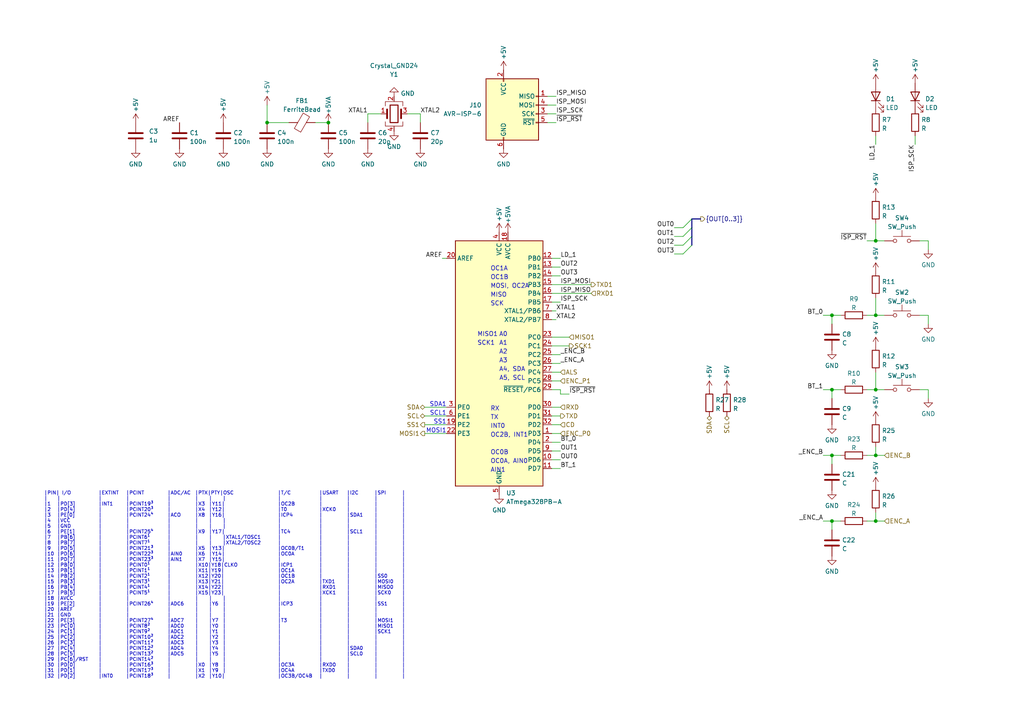
<source format=kicad_sch>
(kicad_sch (version 20231120) (generator "eeschema") (generator_version "8.0")
  (paper "A4")
  (lib_symbols
    (symbol "Connector:AVR-ISP-6" (pin_names (offset 1.016))
      (property "Reference" "J" (at -6.35 11.43 0))
      (property "Value" "AVR-ISP-6" (at 0 11.43 0))
      (symbol "AVR-ISP-6_0_1"
        (rectangle (start -2.667 -6.858) (end -2.413 -7.62))
        (rectangle (start -2.667 10.16) (end -2.413 9.398))
        (rectangle (start 7.62 -2.413) (end 6.858 -2.667))
        (rectangle (start 7.62 0.127) (end 6.858 -0.127))
        (rectangle (start 7.62 2.667) (end 6.858 2.413))
        (rectangle (start 7.62 5.207) (end 6.858 4.953))
        (rectangle (start 7.62 10.16) (end -7.62 -7.62) (stroke (width 0.254)) (fill (type background)))
      )
      (symbol "AVR-ISP-6_1_1"
        (pin passive line (at 10.16 5.08 180) (length 2.54) (name "MISO") (number "1"))
        (pin passive line (at -2.54 12.7 270) (length 2.54) (name "VCC") (number "2"))
        (pin passive line (at 10.16 0 180) (length 2.54) (name "SCK") (number "3"))
        (pin passive line (at 10.16 2.54 180) (length 2.54) (name "MOSI") (number "4"))
        (pin passive line (at 10.16 -2.54 180) (length 2.54) (name "~{RST}") (number "5"))
        (pin passive line (at -2.54 -10.16 90) (length 2.54) (name "GND") (number "6"))
      )
    )
    (symbol "Device:C" (pin_numbers hide) (pin_names (offset 0.254))
      (property "Reference" "C" (at 0.635 2.54 0))
      (property "Value" "C" (at 0.635 -2.54 0))
      (symbol "C_0_1"
        (polyline (pts (xy -2.032 -0.762) (xy 2.032 -0.762)) (stroke (width 0.508)))
        (polyline (pts (xy -2.032 0.762) (xy 2.032 0.762)) (stroke (width 0.508)))
      )
      (symbol "C_1_1"
        (pin passive line (at 0 3.81 270) (length 2.794) (name "~") (number "1"))
        (pin passive line (at 0 -3.81 90) (length 2.794) (name "~") (number "2"))
      )
    )
    (symbol "Device:Crystal_GND24" (pin_names (offset 1.016) hide)
      (property "Reference" "Y" (at 3.175 5.08 0))
      (property "Value" "Crystal_GND24" (at 3.175 3.175 0))
      (symbol "Crystal_GND24_0_1"
        (rectangle (start -1.143 2.54) (end 1.143 -2.54) (stroke (width 0.3048)))
        (polyline (pts (xy -2.54 0) (xy -2.032 0)))
        (polyline (pts (xy -2.032 -1.27) (xy -2.032 1.27)) (stroke (width 0.508)))
        (polyline (pts (xy 0 -3.81) (xy 0 -3.556)))
        (polyline (pts (xy 0 3.556) (xy 0 3.81)))
        (polyline (pts (xy 2.032 -1.27) (xy 2.032 1.27)) (stroke (width 0.508)))
        (polyline (pts (xy 2.032 0) (xy 2.54 0)))
        (polyline (pts (xy -2.54 -2.286) (xy -2.54 -3.556) (xy 2.54 -3.556) (xy 2.54 -2.286)))
        (polyline (pts (xy -2.54 2.286) (xy -2.54 3.556) (xy 2.54 3.556) (xy 2.54 2.286)))
      )
      (symbol "Crystal_GND24_1_1"
        (pin passive line (at -3.81 0 0) (length 1.27) (name "1") (number "1"))
        (pin passive line (at 0 5.08 270) (length 1.27) (name "2") (number "2"))
        (pin passive line (at 3.81 0 180) (length 1.27) (name "3") (number "3"))
        (pin passive line (at 0 -5.08 90) (length 1.27) (name "4") (number "4"))
      )
    )
    (symbol "Device:FerriteBead" (pin_numbers hide) (pin_names (offset 0))
      (property "Reference" "FB" (at -3.81 0.635 90))
      (property "Value" "FerriteBead" (at 3.81 0 90))
      (symbol "FerriteBead_0_1"
        (polyline (pts (xy 0 -1.27) (xy 0 -1.2192)))
        (polyline (pts (xy 0 1.27) (xy 0 1.2954)))
        (polyline (pts (xy -2.7686 0.4064) (xy -1.7018 2.2606) (xy 2.7686 -0.3048) (xy 1.6764 -2.159) (xy -2.7686 0.4064)))
      )
      (symbol "FerriteBead_1_1"
        (pin passive line (at 0 3.81 270) (length 2.54) (name "~") (number "1"))
        (pin passive line (at 0 -3.81 90) (length 2.54) (name "~") (number "2"))
      )
    )
    (symbol "Device:LED" (pin_numbers hide) (pin_names (offset 1.016) hide)
      (property "Reference" "D" (at 0 2.54 0))
      (property "Value" "LED" (at 0 -2.54 0))
      (symbol "LED_0_1"
        (polyline (pts (xy -1.27 -1.27) (xy -1.27 1.27)) (stroke (width 0.254)))
        (polyline (pts (xy -1.27 0) (xy 1.27 0)))
        (polyline (pts (xy 1.27 -1.27) (xy 1.27 1.27) (xy -1.27 0) (xy 1.27 -1.27)) (stroke (width 0.254)))
        (polyline (pts (xy -3.048 -0.762) (xy -4.572 -2.286) (xy -3.81 -2.286) (xy -4.572 -2.286) (xy -4.572 -1.524)))
        (polyline (pts (xy -1.778 -0.762) (xy -3.302 -2.286) (xy -2.54 -2.286) (xy -3.302 -2.286) (xy -3.302 -1.524)))
      )
      (symbol "LED_1_1"
        (pin passive line (at -3.81 0 0) (length 2.54) (name "K") (number "1"))
        (pin passive line (at 3.81 0 180) (length 2.54) (name "A") (number "2"))
      )
    )
    (symbol "Device:R" (pin_numbers hide) (pin_names (offset 0))
      (property "Reference" "R" (at 2.032 0 90))
      (property "Value" "R" (at 0 0 90))
      (symbol "R_0_1"
        (rectangle (start -1.016 -2.54) (end 1.016 2.54) (stroke (width 0.254)))
      )
      (symbol "R_1_1"
        (pin passive line (at 0 3.81 270) (length 1.27) (name "~") (number "1"))
        (pin passive line (at 0 -3.81 90) (length 1.27) (name "~") (number "2"))
      )
    )
    (symbol "MCU_Microchip_ATmega:ATmega328PB-A"
      (property "Reference" "U" (at -12.7 36.83 0))
      (property "Value" "ATmega328PB-A" (at 2.54 -36.83 0))
      (symbol "ATmega328PB-A_0_1"
        (rectangle (start -12.7 -35.56) (end 12.7 35.56) (stroke (width 0.254)) (fill (type background)))
      )
      (symbol "ATmega328PB-A_1_1"
        (pin bidirectional line (at 15.24 -20.32 180) (length 2.54) (name "PD3") (number "1"))
        (pin bidirectional line (at 15.24 -27.94 180) (length 2.54) (name "PD6") (number "10"))
        (pin bidirectional line (at 15.24 -30.48 180) (length 2.54) (name "PD7") (number "11"))
        (pin bidirectional line (at 15.24 30.48 180) (length 2.54) (name "PB0") (number "12"))
        (pin bidirectional line (at 15.24 27.94 180) (length 2.54) (name "PB1") (number "13"))
        (pin bidirectional line (at 15.24 25.4 180) (length 2.54) (name "PB2") (number "14"))
        (pin bidirectional line (at 15.24 22.86 180) (length 2.54) (name "PB3") (number "15"))
        (pin bidirectional line (at 15.24 20.32 180) (length 2.54) (name "PB4") (number "16"))
        (pin bidirectional line (at 15.24 17.78 180) (length 2.54) (name "PB5") (number "17"))
        (pin power_in line (at 2.54 38.1 270) (length 2.54) (name "AVCC") (number "18"))
        (pin bidirectional line (at -15.24 -17.78 0) (length 2.54) (name "PE2") (number "19"))
        (pin bidirectional line (at 15.24 -22.86 180) (length 2.54) (name "PD4") (number "2"))
        (pin passive line (at -15.24 30.48 0) (length 2.54) (name "AREF") (number "20"))
        (pin passive line (at 0 -38.1 90) (length 2.54) hide (name "GND") (number "21"))
        (pin bidirectional line (at -15.24 -20.32 0) (length 2.54) (name "PE3") (number "22"))
        (pin bidirectional line (at 15.24 7.62 180) (length 2.54) (name "PC0") (number "23"))
        (pin bidirectional line (at 15.24 5.08 180) (length 2.54) (name "PC1") (number "24"))
        (pin bidirectional line (at 15.24 2.54 180) (length 2.54) (name "PC2") (number "25"))
        (pin bidirectional line (at 15.24 0 180) (length 2.54) (name "PC3") (number "26"))
        (pin bidirectional line (at 15.24 -2.54 180) (length 2.54) (name "PC4") (number "27"))
        (pin bidirectional line (at 15.24 -5.08 180) (length 2.54) (name "PC5") (number "28"))
        (pin bidirectional line (at 15.24 -7.62 180) (length 2.54) (name "~{RESET}/PC6") (number "29"))
        (pin bidirectional line (at -15.24 -12.7 0) (length 2.54) (name "PE0") (number "3"))
        (pin bidirectional line (at 15.24 -12.7 180) (length 2.54) (name "PD0") (number "30"))
        (pin bidirectional line (at 15.24 -15.24 180) (length 2.54) (name "PD1") (number "31"))
        (pin bidirectional line (at 15.24 -17.78 180) (length 2.54) (name "PD2") (number "32"))
        (pin power_in line (at 0 38.1 270) (length 2.54) (name "VCC") (number "4"))
        (pin power_in line (at 0 -38.1 90) (length 2.54) (name "GND") (number "5"))
        (pin bidirectional line (at -15.24 -15.24 0) (length 2.54) (name "PE1") (number "6"))
        (pin bidirectional line (at 15.24 15.24 180) (length 2.54) (name "XTAL1/PB6") (number "7"))
        (pin bidirectional line (at 15.24 12.7 180) (length 2.54) (name "XTAL2/PB7") (number "8"))
        (pin bidirectional line (at 15.24 -25.4 180) (length 2.54) (name "PD5") (number "9"))
      )
    )
    (symbol "Switch:SW_Push" (pin_numbers hide) (pin_names (offset 1.016) hide)
      (property "Reference" "SW" (at 1.27 2.54 0))
      (property "Value" "SW_Push" (at 0 -1.524 0))
      (symbol "SW_Push_0_1"
        (circle (center -2.032 0) (radius 0.508))
        (polyline (pts (xy 0 1.27) (xy 0 3.048)))
        (polyline (pts (xy 2.54 1.27) (xy -2.54 1.27)))
        (circle (center 2.032 0) (radius 0.508))
        (pin passive line (at -5.08 0 0) (length 2.54) (name "1") (number "1"))
        (pin passive line (at 5.08 0 180) (length 2.54) (name "2") (number "2"))
      )
    )
    (symbol "power:+5V" (power) (pin_names (offset 0))
      (property "Value" "+5V" (at 0 3.556 0))
      (symbol "+5V_0_1"
        (polyline (pts (xy -0.762 1.27) (xy 0 2.54)))
        (polyline (pts (xy 0 0) (xy 0 2.54)))
        (polyline (pts (xy 0 2.54) (xy 0.762 1.27)))
      )
      (symbol "+5V_1_1"
        (pin power_in line (at 0 0 90) (length 0) hide (name "+5V") (number "1"))
      )
    )
    (symbol "power:+5VA" (power) (pin_names (offset 0))
      (property "Value" "+5VA" (at 0 3.556 0))
      (symbol "+5VA_0_1"
        (polyline (pts (xy -0.762 1.27) (xy 0 2.54)))
        (polyline (pts (xy 0 0) (xy 0 2.54)))
        (polyline (pts (xy 0 2.54) (xy 0.762 1.27)))
      )
      (symbol "+5VA_1_1"
        (pin power_in line (at 0 0 90) (length 0) hide (name "+5VA") (number "1"))
      )
    )
    (symbol "power:GND" (power) (pin_names (offset 0))
      (property "Value" "GND" (at 0 -3.81 0))
      (symbol "GND_0_1"
        (polyline (pts (xy 0 0) (xy 0 -1.27) (xy 1.27 -1.27) (xy 0 -2.54) (xy -1.27 -1.27) (xy 0 -1.27)))
      )
      (symbol "GND_1_1"
        (pin power_in line (at 0 0 270) (length 0) hide (name "GND") (number "1"))
      )
    )
  )
  (junction (at 254 69.85))
  (junction (at 241.3 132.08))
  (junction (at 254 113.03))
  (junction (at 77.47 35.56))
  (junction (at 95.25 35.56))
  (junction (at 241.3 113.03))
  (junction (at 254 151.13))
  (junction (at 254 132.08))
  (junction (at 241.3 91.44))
  (junction (at 254 91.44))
  (junction (at 241.3 151.13))
  (bus_entry (at 200.66 66.04) (size -2.54 2.54))
  (bus_entry (at 200.66 71.12) (size -2.54 2.54))
  (bus_entry (at 200.66 68.58) (size -2.54 2.54))
  (bus_entry (at 200.66 63.5) (size -2.54 2.54))
  (wire (pts (xy 160.02 102.87) (xy 162.56 102.87)))
  (wire (pts (xy 160.02 120.65) (xy 162.56 120.65)))
  (wire (pts (xy 160.02 90.17) (xy 161.29 90.17)))
  (wire (pts (xy 123.19 118.11) (xy 129.54 118.11)))
  (wire (pts (xy 195.58 71.12) (xy 198.12 71.12)))
  (wire (pts (xy 254 132.08) (xy 256.54 132.08)))
  (wire (pts (xy 195.58 68.58) (xy 198.12 68.58)))
  (wire (pts (xy 158.75 30.48) (xy 161.29 30.48)))
  (wire (pts (xy 254 151.13) (xy 256.54 151.13)))
  (wire (pts (xy 269.24 69.85) (xy 266.7 69.85)))
  (wire (pts (xy 238.76 151.13) (xy 241.3 151.13)))
  (wire (pts (xy 160.02 74.93) (xy 162.56 74.93)))
  (wire (pts (xy 162.56 113.03) (xy 160.02 113.03)))
  (wire (pts (xy 160.02 105.41) (xy 162.56 105.41)))
  (wire (pts (xy 160.02 110.49) (xy 162.56 110.49)))
  (wire (pts (xy 160.02 130.81) (xy 162.56 130.81)))
  (wire (pts (xy 121.92 33.02) (xy 121.92 35.56)))
  (wire (pts (xy 269.24 115.57) (xy 269.24 113.03)))
  (bus (pts (xy 200.66 68.58) (xy 200.66 71.12)))
  (wire (pts (xy 269.24 93.98) (xy 269.24 91.44)))
  (wire (pts (xy 265.43 39.37) (xy 265.43 41.91)))
  (wire (pts (xy 269.24 72.39) (xy 269.24 69.85)))
  (wire (pts (xy 160.02 118.11) (xy 162.56 118.11)))
  (wire (pts (xy 83.82 35.56) (xy 77.47 35.56)))
  (wire (pts (xy 160.02 125.73) (xy 162.56 125.73)))
  (wire (pts (xy 238.76 113.03) (xy 241.3 113.03)))
  (wire (pts (xy 77.47 30.48) (xy 77.47 35.56)))
  (wire (pts (xy 160.02 80.01) (xy 162.56 80.01)))
  (wire (pts (xy 195.58 66.04) (xy 198.12 66.04)))
  (wire (pts (xy 241.3 91.44) (xy 241.3 93.98)))
  (wire (pts (xy 158.75 35.56) (xy 161.29 35.56)))
  (wire (pts (xy 254 86.36) (xy 254 91.44)))
  (wire (pts (xy 251.46 151.13) (xy 254 151.13)))
  (wire (pts (xy 160.02 92.71) (xy 161.29 92.71)))
  (wire (pts (xy 238.76 91.44) (xy 241.3 91.44)))
  (wire (pts (xy 241.3 132.08) (xy 243.84 132.08)))
  (wire (pts (xy 158.75 33.02) (xy 161.29 33.02)))
  (wire (pts (xy 123.19 120.65) (xy 129.54 120.65)))
  (wire (pts (xy 160.02 85.09) (xy 171.45 85.09)))
  (wire (pts (xy 160.02 107.95) (xy 162.56 107.95)))
  (wire (pts (xy 162.56 114.3) (xy 162.56 113.03)))
  (wire (pts (xy 251.46 132.08) (xy 254 132.08)))
  (wire (pts (xy 241.3 151.13) (xy 243.84 151.13)))
  (wire (pts (xy 251.46 91.44) (xy 254 91.44)))
  (wire (pts (xy 123.19 123.19) (xy 129.54 123.19)))
  (wire (pts (xy 238.76 132.08) (xy 241.3 132.08)))
  (wire (pts (xy 269.24 91.44) (xy 266.7 91.44)))
  (wire (pts (xy 160.02 100.33) (xy 165.1 100.33)))
  (wire (pts (xy 241.3 151.13) (xy 241.3 153.67)))
  (wire (pts (xy 118.11 33.02) (xy 121.92 33.02)))
  (wire (pts (xy 160.02 128.27) (xy 162.56 128.27)))
  (wire (pts (xy 162.56 114.3) (xy 165.1 114.3)))
  (wire (pts (xy 160.02 82.55) (xy 171.45 82.55)))
  (wire (pts (xy 269.24 113.03) (xy 266.7 113.03)))
  (wire (pts (xy 160.02 97.79) (xy 165.1 97.79)))
  (wire (pts (xy 123.19 125.73) (xy 129.54 125.73)))
  (bus (pts (xy 200.66 66.04) (xy 200.66 68.58)))
  (wire (pts (xy 110.49 33.02) (xy 106.68 33.02)))
  (wire (pts (xy 254 148.59) (xy 254 151.13)))
  (wire (pts (xy 160.02 77.47) (xy 162.56 77.47)))
  (wire (pts (xy 254 69.85) (xy 256.54 69.85)))
  (wire (pts (xy 251.46 113.03) (xy 254 113.03)))
  (wire (pts (xy 254 39.37) (xy 254 41.91)))
  (wire (pts (xy 91.44 35.56) (xy 95.25 35.56)))
  (wire (pts (xy 158.75 27.94) (xy 161.29 27.94)))
  (bus (pts (xy 200.66 63.5) (xy 200.66 66.04)))
  (wire (pts (xy 241.3 132.08) (xy 241.3 134.62)))
  (wire (pts (xy 241.3 113.03) (xy 243.84 113.03)))
  (wire (pts (xy 106.68 33.02) (xy 106.68 35.56)))
  (wire (pts (xy 251.46 69.85) (xy 254 69.85)))
  (wire (pts (xy 160.02 133.35) (xy 162.56 133.35)))
  (wire (pts (xy 241.3 91.44) (xy 243.84 91.44)))
  (wire (pts (xy 128.27 74.93) (xy 129.54 74.93)))
  (wire (pts (xy 254 113.03) (xy 256.54 113.03)))
  (wire (pts (xy 254 129.54) (xy 254 132.08)))
  (wire (pts (xy 160.02 87.63) (xy 162.56 87.63)))
  (wire (pts (xy 254 64.77) (xy 254 69.85)))
  (wire (pts (xy 160.02 123.19) (xy 162.56 123.19)))
  (wire (pts (xy 254 91.44) (xy 256.54 91.44)))
  (wire (pts (xy 160.02 135.89) (xy 162.56 135.89)))
  (wire (pts (xy 195.58 73.66) (xy 198.12 73.66)))
  (bus (pts (xy 200.66 63.5) (xy 203.2 63.5)))
  (wire (pts (xy 241.3 113.03) (xy 241.3 115.57)))
  (wire (pts (xy 254 107.95) (xy 254 113.03)))
  (text "OC0B" (at 142.2399 132.0641 0) (effects (font (size 1.27 1.27)) (justify left bottom)))
  (text "OC1B" (at 142.24 81.28 0) (effects (font (size 1.27 1.27)) (justify left bottom)))
  (text "SS1" (at 129.54 123.19 0) (effects (font (size 1.27 1.27)) (justify right bottom)))
  (text "A0" (at 144.7364 97.7899 0) (effects (font (size 1.27 1.27)) (justify left bottom)))
  (text "OC1A" (at 142.24 78.74 0) (effects (font (size 1.27 1.27)) (justify left bottom)))
  (text "MISO" (at 142.24 86.3755 0) (effects (font (size 1.27 1.27)) (justify left bottom)))
  (text "TX" (at 142.2399 121.8941 0) (effects (font (size 1.27 1.27)) (justify left bottom)))
  (text "SCK1" (at 138.43 100.33 0) (effects (font (size 1.27 1.27)) (justify left bottom)))
  (text "|PIN| I/O		|EXTINT	|PCINT		|ADC/AC	|PTX|PTY|OSC			|T/C		|USART	|I2C	|SPI	|\n|	|			|		|			|		|	|	|				|			|		|		|		|\n|1	|PD[3]		|INT1	|PCINT19³	|		|X3	|Y11|				|OC2B		|		|		|		|\n|2	|PD[4]		|		|PCINT20³	|		|X4	|Y12|				|T0			|XCK0	|		|		|\n|3	|PE[0]		|		|PCINT24⁴	|ACO	|X8	|Y16|				|ICP4		|		|SDA1	|		|\n|4	|VCC		|		|			|		|	|	|           	|			|		|		|		|\n|5	|GND		|		|			|		|	|	|				|			|		|		|		|\n|6	|PE[1]		|		|PCINT25⁴	|		|X9	|Y17|				|TC4		|		|SCL1	|		|\n|7	|PB[6]		|		|PCINT6¹	|		|	|	|XTAL1/TOSC1	|			|		|		|		|\n|8	|PB[7]		|		|PCINT7¹	|		|	|	|XTAL2/TOSC2	|			|		|		|		|\n|9	|PD[5]		|		|PCINT21³	|		|X5	|Y13|				|OC0B/T1	|		|		|		|\n|10	|PD[6]		|		|PCINT22³	|AIN0	|X6	|Y14|				|OC0A		|		|		|		|\n|11	|PD[7]		|		|PCINT23³	|AIN1	|X7	|Y15|				|			|		|		|		|\n|12	|PB[0]		|		|PCINT0¹	|		|X10|Y18|CLKO			|ICP1		|		|		|		|\n|13	|PB[1]		|		|PCINT1¹	|		|X11|Y19|				|OC1A		|		|		|		|\n|14	|PB[2]		|		|PCINT2¹	|		|X12|Y20|				|OC1B		|		|		|SS0	|\n|15	|PB[3]		|		|PCINT3¹	|		|X13|Y21|				|OC2A		|TXD1	|		|MOSI0	|\n|16	|PB[4]		|		|PCINT4¹	|		|X14|Y22|				|			|RXD1	|		|MISO0	|\n|17	|PB[5]		|		|PCINT5¹	|		|X15|Y23|				|			|XCK1	|		|SCK0	|\n|18	|AVCC		|		|			|		|	|	|				|			|		|		|		|\n|19	|PE[2]		|		|PCINT26⁴	|ADC6	|	|Y6	|				|ICP3		|		|		|SS1	|\n|20	|AREF		|		|			|		|	|	|				|			|		|		|		|\n|21	|GND		|		|			|		|	|	|				|			|		|		|		|\n|22	|PE[3]		|		|PCINT27⁴	|ADC7	|	|Y7	|				|T3			|		|		|MOSI1	|\n|23	|PC[0]		|		|PCINT8²	|ADC0	|	|Y0	|				|			|		|		|MISO1	|\n|24	|PC[1]		|		|PCINT9²	|ADC1	|	|Y1	|				|			|		|		|SCK1	|\n|25	|PC[2]		|		|PCINT10²	|ADC2	|	|Y2	|				|			|		|		|		|\n|26	|PC[3]		|		|PCINT11²	|ADC3	|	|Y3	|				|			|		|		|		|\n|27	|PC[4]		|		|PCINT12²	|ADC4	|	|Y4	|				|			|		|SDA0	|		|\n|28	|PC[5]		|		|PCINT13²	|ADC5	|	|Y5	|				|			|		|SCL0	|		|\n|29	|PC[6]/RST	|		|PCINT14²	|		|	|	|				|			|		|		|		|\n|30	|PD[0]		|		|PCINT16³	|		|X0	|Y8	|				|OC3A		|RXD0	|		|		|\n|31	|PD[1]		|		|PCINT17³	|		|X1	|Y9	|				|OC4A		|TXD0	|		|		|\n|32	|PD[2]		|INT0	|PCINT18³	|		|X2	|Y10|				|OC3B/OC4B	|		|		|		|" (at 12.7 196.85 0) (effects (font (size 1 1)) (justify left bottom)))
  (text "SCL1" (at 129.54 120.65 0) (effects (font (size 1.27 1.27)) (justify right bottom)))
  (text "A4, SDA" (at 144.7364 107.9499 0) (effects (font (size 1.27 1.27)) (justify left bottom)))
  (text "OC2B, INT1" (at 142.24 127 0) (effects (font (size 1.27 1.27)) (justify left bottom)))
  (text "A1" (at 144.7364 100.3299 0) (effects (font (size 1.27 1.27)) (justify left bottom)))
  (text "SDA1" (at 129.54 118.11 0) (effects (font (size 1.27 1.27)) (justify right bottom)))
  (text "INT0" (at 142.2399 124.4366 0) (effects (font (size 1.27 1.27)) (justify left bottom)))
  (text "OC0A, AIN0" (at 142.24 134.62 0) (effects (font (size 1.27 1.27)) (justify left bottom)))
  (text "MOSI, OC2A" (at 142.24 83.806 0) (effects (font (size 1.27 1.27)) (justify left bottom)))
  (text "SCK" (at 142.24 88.9 0) (effects (font (size 1.27 1.27)) (justify left bottom)))
  (text "MISO1" (at 138.43 97.79 0) (effects (font (size 1.27 1.27)) (justify left bottom)))
  (text "A2" (at 144.7364 102.8699 0) (effects (font (size 1.27 1.27)) (justify left bottom)))
  (text "AIN1" (at 142.24 137.16 0) (effects (font (size 1.27 1.27)) (justify left bottom)))
  (text "A5, SCL" (at 144.78 110.49 0) (effects (font (size 1.27 1.27)) (justify left bottom)))
  (text "MOSI1" (at 129.54 125.73 0) (effects (font (size 1.27 1.27)) (justify right bottom)))
  (text "A3" (at 144.7364 105.4099 0) (effects (font (size 1.27 1.27)) (justify left bottom)))
  (text "RX" (at 142.24 119.38 0) (effects (font (size 1.27 1.27)) (justify left bottom)))
  (label "LD_1" (at 162.56 74.93 0))
  (label "_ENC_B" (at 238.76 132.08 180))
  (label "BT_0" (at 238.76 91.44 180))
  (label "~{ISP_RST}" (at 161.29 35.56 0))
  (label "OUT2" (at 195.58 71.12 180))
  (label "BT_1" (at 238.76 113.03 180))
  (label "XTAL1" (at 161.29 90.17 0))
  (label "ISP_MISO" (at 162.56 85.09 0))
  (label "ISP_SCK" (at 265.43 41.91 270))
  (label "OUT2" (at 162.56 77.47 0))
  (label "OUT3" (at 195.58 73.66 180))
  (label "BT_0" (at 162.56 128.27 0))
  (label "OUT3" (at 162.56 80.01 0))
  (label "AREF" (at 52.07 35.56 180))
  (label "XTAL2" (at 161.29 92.71 0))
  (label "AREF" (at 128.27 74.93 180))
  (label "OUT1" (at 162.56 130.81 0))
  (label "ISP_SCK" (at 162.56 87.63 0))
  (label "BT_1" (at 162.56 135.89 0))
  (label "ISP_MISO" (at 161.29 27.94 0))
  (label "_ENC_A" (at 162.56 105.41 0))
  (label "ISP_MOSI" (at 162.56 82.55 0))
  (label "~{ISP_RST}" (at 251.46 69.85 180))
  (label "OUT1" (at 195.58 68.58 180))
  (label "XTAL1" (at 106.68 33.02 180))
  (label "OUT0" (at 195.58 66.04 180))
  (label "_ENC_B" (at 162.56 102.87 0))
  (label "_ENC_A" (at 238.76 151.13 180))
  (label "~{ISP_RST}" (at 165.1 114.3 0))
  (label "OUT0" (at 162.56 133.35 0))
  (label "XTAL2" (at 121.92 33.02 0))
  (label "ISP_MOSI" (at 161.29 30.48 0))
  (label "ISP_SCK" (at 161.29 33.02 0))
  (label "LD_1" (at 254 41.91 270))
  (hierarchical_label "ENC_B" (shape input) (at 256.54 132.08 0))
  (hierarchical_label "{OUT[0..3]}" (shape output) (at 203.2 63.5 0))
  (hierarchical_label "SS1" (shape output) (at 123.19 123.19 180))
  (hierarchical_label "RXD1" (shape input) (at 171.45 85.09 0))
  (hierarchical_label "TXD" (shape output) (at 162.56 120.65 0))
  (hierarchical_label "ENC_P0" (shape input) (at 162.56 125.73 0))
  (hierarchical_label "MOSI1" (shape output) (at 123.19 125.73 180))
  (hierarchical_label "RXD" (shape input) (at 162.56 118.11 0))
  (hierarchical_label "ALS" (shape input) (at 162.56 107.95 0))
  (hierarchical_label "SCL" (shape bidirectional) (at 123.19 120.65 180))
  (hierarchical_label "MISO1" (shape input) (at 165.1 97.79 0))
  (hierarchical_label "ENC_A" (shape input) (at 256.54 151.13 0))
  (hierarchical_label "SCL" (shape bidirectional) (at 210.82 120.65 270))
  (hierarchical_label "CD" (shape input) (at 162.56 123.19 0))
  (hierarchical_label "SDA" (shape bidirectional) (at 123.19 118.11 180))
  (hierarchical_label "SDA" (shape bidirectional) (at 205.74 120.65 270))
  (hierarchical_label "SCK1" (shape output) (at 165.1 100.33 0))
  (hierarchical_label "TXD1" (shape output) (at 171.45 82.55 0))
  (hierarchical_label "ENC_P1" (shape input) (at 162.56 110.49 0))
  (symbol (lib_id "power:+5V") (at 254 24.13 0) (unit 1)
    (property "Reference" "#PWR036" (effects (hide yes)))
    (property "Value" "+5V" (at 254 19.05 90))
    (instances (project "knob_base" (path "" (reference "#PWR036") (unit 1))) (project "heating_controller" (path "" (reference "#PWR0145") (unit 1))))
  )
  (symbol (lib_id "power:GND") (at 77.47 43.18 0) (unit 1)
    (property "Reference" "#PWR022" (effects (hide yes)))
    (property "Value" "GND" (at 77.47 47.6234 0))
    (instances (project "knob_base" (path "" (reference "#PWR022") (unit 1))) (project "heating_controller" (path "" (reference "#PWR08") (unit 1))))
  )
  (symbol (lib_id "Device:R") (at 265.43 35.56 0) (unit 1)
    (property "Reference" "R8" (at 267.208 34.7253 0) (effects (justify left)))
    (property "Value" "R" (at 267.208 37.2622 0) (effects (justify left)))
    (property "Footprint" "Resistor_SMD:R_0603_1608Metric" (effects (hide yes)))
    (instances (project "knob_base" (path "" (reference "R8") (unit 1))) (project "heating_controller" (path "" (reference "R23") (unit 1))))
  )
  (symbol (lib_id "power:GND") (at 241.3 123.19 0) (unit 1)
    (property "Reference" "#PWR039" (effects (hide yes)))
    (property "Value" "GND" (at 241.3 127.6334 0))
    (instances (project "knob_base" (path "" (reference "#PWR039") (unit 1))) (project "heating_controller" (path "" (reference "#PWR0135") (unit 1))))
  )
  (symbol (lib_id "Device:R") (at 254 35.56 0) (unit 1)
    (property "Reference" "R7" (at 255.778 34.7253 0) (effects (justify left)))
    (property "Value" "R" (at 255.778 37.2622 0) (effects (justify left)))
    (property "Footprint" "Resistor_SMD:R_0603_1608Metric" (effects (hide yes)))
    (instances (project "knob_base" (path "" (reference "R7") (unit 1))) (project "heating_controller" (path "" (reference "R22") (unit 1))))
  )
  (symbol (lib_id "power:GND") (at 269.24 93.98 0) (unit 1)
    (property "Reference" "#PWR043" (effects (hide yes)))
    (property "Value" "GND" (at 269.24 98.4234 0))
    (instances (project "knob_base" (path "" (reference "#PWR043") (unit 1))) (project "heating_controller" (path "" (reference "#PWR0133") (unit 1))))
  )
  (symbol (lib_id "Device:C") (at 121.92 39.37 0) (unit 1)
    (property "Reference" "C7" (at 124.841 38.5353 0) (effects (justify left)))
    (property "Value" "20p" (at 124.841 41.0722 0) (effects (justify left)))
    (property "Footprint" "Capacitor_SMD:C_0603_1608Metric" (effects (hide yes)))
  )
  (symbol (lib_id "power:GND") (at 95.25 43.18 0) (unit 1)
    (property "Reference" "#PWR024" (effects (hide yes)))
    (property "Value" "GND" (at 95.25 47.6234 0))
    (instances (project "knob_base" (path "" (reference "#PWR024") (unit 1))) (project "heating_controller" (path "" (reference "#PWR0141") (unit 1))))
  )
  (symbol (lib_id "Device:LED") (at 254 27.94 90) (unit 1)
    (property "Reference" "D1" (at 256.921 28.6928 90) (effects (justify right)))
    (property "Value" "LED" (at 256.921 31.2297 90) (effects (justify right)))
    (property "Footprint" "LED_SMD:LED_0603_1608Metric" (effects (hide yes)))
    (instances (project "knob_base" (path "" (reference "D1") (unit 1))) (project "heating_controller" (path "" (reference "D17") (unit 1))))
  )
  (symbol (lib_id "MCU_Microchip_ATmega:ATmega328PB-A") (at 144.78 105.41 0) (unit 1)
    (property "Reference" "U3" (at 146.7994 143.0004 0) (effects (justify left)))
    (property "Value" "ATmega328PB-A" (at 146.7994 145.5373 0) (effects (justify left)))
    (property "Footprint" "Package_QFP:TQFP-32_7x7mm_P0.8mm" (effects (hide yes)))
    (property "Datasheet" "http://ww1.microchip.com/downloads/en/DeviceDoc/40001906C.pdf" (effects (hide yes)))
  )
  (symbol (lib_id "power:+5VA") (at 147.32 67.31 0) (unit 1)
    (property "Reference" "#PWR027" (effects (hide yes)))
    (property "Value" "+5VA" (at 147.32 62.23 90))
    (instances (project "knob_base" (path "" (reference "#PWR027") (unit 1))) (project "heating_controller" (path "" (reference "#PWR0142") (unit 1))))
  )
  (symbol (lib_id "Device:C") (at 241.3 157.48 0) (unit 1)
    (property "Reference" "C22" (at 244.221 156.6453 0) (effects (justify left)))
    (property "Value" "C" (at 244.221 159.1822 0) (effects (justify left)))
    (property "Footprint" "Capacitor_SMD:C_0603_1608Metric" (effects (hide yes)))
    (instances (project "knob_base" (path "" (reference "C22") (unit 1))) (project "heating_controller" (path "" (reference "C9") (unit 1))))
  )
  (symbol (lib_id "power:+5V") (at 205.74 113.03 0) (unit 1)
    (property "Reference" "#PWR08" (effects (hide yes)))
    (property "Value" "+5V" (at 205.74 107.95 90))
    (instances (project "knob_base" (path "" (reference "#PWR08") (unit 1))) (project "heating_controller" (path "" (reference "#PWR0147") (unit 1))))
  )
  (symbol (lib_id "Device:R") (at 254 144.78 0) (unit 1)
    (property "Reference" "R26" (at 255.778 143.9453 0) (effects (justify left)))
    (property "Value" "R" (at 255.778 146.4822 0) (effects (justify left)))
    (property "Footprint" "Resistor_SMD:R_0603_1608Metric" (effects (hide yes)))
    (instances (project "knob_base" (path "" (reference "R26") (unit 1))) (project "heating_controller" (path "" (reference "R27") (unit 1))))
  )
  (symbol (lib_id "Device:R") (at 210.82 116.84 0) (unit 1)
    (property "Reference" "R28" (at 212.598 116.0053 0) (effects (justify left)))
    (property "Value" "R" (at 212.598 118.5422 0) (effects (justify left)))
    (property "Footprint" "Resistor_SMD:R_0603_1608Metric" (effects (hide yes)))
    (instances (project "knob_base" (path "" (reference "R28") (unit 1))) (project "heating_controller" (path "" (reference "R26") (unit 1))))
  )
  (symbol (lib_id "power:GND") (at 144.78 143.51 0) (unit 1)
    (property "Reference" "#PWR026" (effects (hide yes)))
    (property "Value" "GND" (at 144.78 147.9534 0))
    (instances (project "knob_base" (path "" (reference "#PWR026") (unit 1))) (project "heating_controller" (path "" (reference "#PWR0132") (unit 1))))
  )
  (symbol (lib_id "power:+5V") (at 254 100.33 0) (unit 1)
    (property "Reference" "#PWR041" (effects (hide yes)))
    (property "Value" "+5V" (at 254 95.25 90))
    (instances (project "knob_base" (path "" (reference "#PWR041") (unit 1))) (project "heating_controller" (path "" (reference "#PWR0130") (unit 1))))
  )
  (symbol (lib_id "Device:C") (at 106.68 39.37 0) (unit 1)
    (property "Reference" "C6" (at 109.601 38.5353 0) (effects (justify left)))
    (property "Value" "20p" (at 109.601 41.0722 0) (effects (justify left)))
    (property "Footprint" "Capacitor_SMD:C_0603_1608Metric" (effects (hide yes)))
  )
  (symbol (lib_id "Device:R") (at 205.74 116.84 0) (unit 1)
    (property "Reference" "R27" (at 207.518 116.0053 0) (effects (justify left)))
    (property "Value" "R" (at 207.518 118.5422 0) (effects (justify left)))
    (property "Footprint" "Resistor_SMD:R_0603_1608Metric" (effects (hide yes)))
    (instances (project "knob_base" (path "" (reference "R27") (unit 1))) (project "heating_controller" (path "" (reference "R26") (unit 1))))
  )
  (symbol (lib_id "Device:R") (at 247.65 151.13 90) (unit 1)
    (property "Reference" "R24" (at 247.65 146.4142 90))
    (property "Value" "R" (at 247.65 148.9511 90))
    (property "Footprint" "Resistor_SMD:R_0603_1608Metric" (effects (hide yes)))
    (instances (project "knob_base" (path "" (reference "R24") (unit 1))) (project "heating_controller" (path "" (reference "R25") (unit 1))))
  )
  (symbol (lib_id "Device:R") (at 247.65 91.44 90) (unit 1)
    (property "Reference" "R9" (at 247.65 86.7242 90))
    (property "Value" "R" (at 247.65 89.2611 90))
    (property "Footprint" "Resistor_SMD:R_0603_1608Metric" (effects (hide yes)))
    (instances (project "knob_base" (path "" (reference "R9") (unit 1))) (project "heating_controller" (path "" (reference "R24") (unit 1))))
  )
  (symbol (lib_id "Device:C") (at 52.07 39.37 0) (unit 1)
    (property "Reference" "C1" (at 54.991 38.5353 0) (effects (justify left)))
    (property "Value" "100n" (at 54.991 41.0722 0) (effects (justify left)))
    (property "Footprint" "Capacitor_SMD:C_0603_1608Metric" (effects (hide yes)))
    (instances (project "knob_base" (path "" (reference "C1") (unit 1))) (project "heating_controller" (path "" (reference "C3") (unit 1))))
  )
  (symbol (lib_id "power:+5V") (at 254 121.92 0) (unit 1)
    (property "Reference" "#PWR04" (effects (hide yes)))
    (property "Value" "+5V" (at 254 116.84 90))
    (instances (project "knob_base" (path "" (reference "#PWR04") (unit 1))) (project "heating_controller" (path "" (reference "#PWR0147") (unit 1))))
  )
  (symbol (lib_id "Device:C") (at 39.37 39.37 180) (unit 1)
    (property "Reference" "C3" (at 43.18 38.1 0) (effects (justify right)))
    (property "Value" "1u" (at 43.18 40.64 0) (effects (justify right)))
    (property "Footprint" "Capacitor_SMD:C_0603_1608Metric" (effects (hide yes)))
    (instances (project "knob_base" (path "" (reference "C3") (unit 1))) (project "heating_controller" (path "" (reference "C26") (unit 1))))
  )
  (symbol (lib_id "power:GND") (at 114.3 27.94 180) (unit 1)
    (property "Reference" "#PWR031" (effects (hide yes)))
    (property "Value" "GND" (at 116.205 27.1038 0) (effects (justify right)))
    (instances (project "knob_base" (path "" (reference "#PWR031") (unit 1))) (project "heating_controller" (path "" (reference "#PWR0149") (unit 1))))
  )
  (symbol (lib_id "power:+5V") (at 144.78 67.31 0) (unit 1)
    (property "Reference" "#PWR025" (effects (hide yes)))
    (property "Value" "+5V" (at 144.78 62.23 90))
    (instances (project "knob_base" (path "" (reference "#PWR025") (unit 1))) (project "heating_controller" (path "" (reference "#PWR0143") (unit 1))))
  )
  (symbol (lib_id "power:GND") (at 146.05 43.18 0) (unit 1)
    (property "Reference" "#PWR035" (effects (hide yes)))
    (property "Value" "GND" (at 146.05 47.6234 0))
    (instances (project "knob_base" (path "" (reference "#PWR035") (unit 1))) (project "heating_controller" (path "" (reference "#PWR0146") (unit 1))))
  )
  (symbol (lib_id "power:+5V") (at 64.77 35.56 0) (unit 1)
    (property "Reference" "#PWR017" (effects (hide yes)))
    (property "Value" "+5V" (at 64.77 30.48 90))
    (instances (project "knob_base" (path "" (reference "#PWR017") (unit 1))) (project "heating_controller" (path "" (reference "#PWR0137") (unit 1))))
  )
  (symbol (lib_id "power:GND") (at 241.3 161.29 0) (unit 1)
    (property "Reference" "#PWR03" (effects (hide yes)))
    (property "Value" "GND" (at 241.3 165.7334 0))
    (instances (project "knob_base" (path "" (reference "#PWR03") (unit 1))) (project "heating_controller" (path "" (reference "#PWR0135") (unit 1))))
  )
  (symbol (lib_id "Device:C") (at 64.77 39.37 180) (unit 1)
    (property "Reference" "C2" (at 67.691 38.5353 0) (effects (justify right)))
    (property "Value" "100n" (at 67.691 41.0722 0) (effects (justify right)))
    (property "Footprint" "Capacitor_SMD:C_0603_1608Metric" (effects (hide yes)))
    (instances (project "knob_base" (path "" (reference "C2") (unit 1))) (project "heating_controller" (path "" (reference "C4") (unit 1))))
  )
  (symbol (lib_id "power:+5V") (at 265.43 24.13 0) (unit 1)
    (property "Reference" "#PWR037" (effects (hide yes)))
    (property "Value" "+5V" (at 265.43 19.05 90))
    (instances (project "knob_base" (path "" (reference "#PWR037") (unit 1))) (project "heating_controller" (path "" (reference "#PWR0148") (unit 1))))
  )
  (symbol (lib_id "Device:C") (at 95.25 39.37 0) (unit 1)
    (property "Reference" "C5" (at 98.171 38.5353 0) (effects (justify left)))
    (property "Value" "100n" (at 98.171 41.0722 0) (effects (justify left)))
    (property "Footprint" "Capacitor_SMD:C_0603_1608Metric" (effects (hide yes)))
  )
  (symbol (lib_id "Device:R") (at 247.65 113.03 90) (unit 1)
    (property "Reference" "R10" (at 247.65 108.3142 90))
    (property "Value" "R" (at 247.65 110.8511 90))
    (property "Footprint" "Resistor_SMD:R_0603_1608Metric" (effects (hide yes)))
    (instances (project "knob_base" (path "" (reference "R10") (unit 1))) (project "heating_controller" (path "" (reference "R25") (unit 1))))
  )
  (symbol (lib_id "power:+5VA") (at 95.25 35.56 0) (unit 1)
    (property "Reference" "#PWR023" (effects (hide yes)))
    (property "Value" "+5VA" (at 95.25 30.48 90))
    (instances (project "knob_base" (path "" (reference "#PWR023") (unit 1))) (project "heating_controller" (path "" (reference "#PWR0139") (unit 1))))
  )
  (symbol (lib_id "power:+5V") (at 254 57.15 0) (unit 1)
    (property "Reference" "#PWR042" (effects (hide yes)))
    (property "Value" "+5V" (at 254 52.07 90))
    (instances (project "knob_base" (path "" (reference "#PWR042") (unit 1))) (project "heating_controller" (path "" (reference "#PWR0186") (unit 1))))
  )
  (symbol (lib_id "Device:LED") (at 265.43 27.94 90) (unit 1)
    (property "Reference" "D2" (at 268.351 28.6928 90) (effects (justify right)))
    (property "Value" "LED" (at 268.351 31.2297 90) (effects (justify right)))
    (property "Footprint" "LED_SMD:LED_0603_1608Metric" (effects (hide yes)))
    (instances (project "knob_base" (path "" (reference "D2") (unit 1))) (project "heating_controller" (path "" (reference "D18") (unit 1))))
  )
  (symbol (lib_id "Device:R") (at 254 125.73 0) (unit 1)
    (property "Reference" "R25" (at 255.778 124.8953 0) (effects (justify left)))
    (property "Value" "R" (at 255.778 127.4322 0) (effects (justify left)))
    (property "Footprint" "Resistor_SMD:R_0603_1608Metric" (effects (hide yes)))
    (instances (project "knob_base" (path "" (reference "R25") (unit 1))) (project "heating_controller" (path "" (reference "R26") (unit 1))))
  )
  (symbol (lib_id "power:+5V") (at 39.37 35.56 0) (unit 1)
    (property "Reference" "#PWR019" (effects (hide yes)))
    (property "Value" "+5V" (at 39.37 30.48 90))
    (instances (project "knob_base" (path "" (reference "#PWR019") (unit 1))) (project "heating_controller" (path "" (reference "#PWR09") (unit 1))))
  )
  (symbol (lib_id "Device:R") (at 254 60.96 0) (unit 1)
    (property "Reference" "R13" (at 255.778 60.1253 0) (effects (justify left)))
    (property "Value" "R" (at 255.778 62.6622 0) (effects (justify left)))
    (property "Footprint" "Resistor_SMD:R_0603_1608Metric" (effects (hide yes)))
    (instances (project "knob_base" (path "" (reference "R13") (unit 1))) (project "heating_controller" (path "" (reference "R37") (unit 1))))
  )
  (symbol (lib_id "Device:FerriteBead") (at 87.63 35.56 90) (unit 1)
    (property "Reference" "FB1" (at 87.5792 29.2186 90))
    (property "Value" "FerriteBead" (at 87.5792 31.7555 90))
    (property "Footprint" "Inductor_SMD:L_0603_1608Metric" (effects (hide yes)))
  )
  (symbol (lib_id "power:GND") (at 64.77 43.18 0) (unit 1)
    (property "Reference" "#PWR018" (effects (hide yes)))
    (property "Value" "GND" (at 64.77 47.6234 0))
    (instances (project "knob_base" (path "" (reference "#PWR018") (unit 1))) (project "heating_controller" (path "" (reference "#PWR0138") (unit 1))))
  )
  (symbol (lib_id "power:GND") (at 106.68 43.18 0) (unit 1)
    (property "Reference" "#PWR030" (effects (hide yes)))
    (property "Value" "GND" (at 106.68 47.6234 0))
    (instances (project "knob_base" (path "" (reference "#PWR030") (unit 1))) (project "heating_controller" (path "" (reference "#PWR0152") (unit 1))))
  )
  (symbol (lib_id "Device:R") (at 247.65 132.08 90) (unit 1)
    (property "Reference" "R23" (at 247.65 127.3642 90))
    (property "Value" "R" (at 247.65 129.9011 90))
    (property "Footprint" "Resistor_SMD:R_0603_1608Metric" (effects (hide yes)))
    (instances (project "knob_base" (path "" (reference "R23") (unit 1))) (project "heating_controller" (path "" (reference "R24") (unit 1))))
  )
  (symbol (lib_id "power:+5V") (at 254 140.97 0) (unit 1)
    (property "Reference" "#PWR05" (effects (hide yes)))
    (property "Value" "+5V" (at 254 135.89 90))
    (instances (project "knob_base" (path "" (reference "#PWR05") (unit 1))) (project "heating_controller" (path "" (reference "#PWR0130") (unit 1))))
  )
  (symbol (lib_id "Switch:SW_Push") (at 261.62 113.03 0) (unit 1)
    (property "Reference" "SW3" (at 261.62 106.4092 0))
    (property "Value" "SW_Push" (at 261.62 108.9461 0))
    (property "Footprint" "Button_Switch_SMD:SW_SPST_B3U-1000P" (effects (hide yes)))
    (instances (project "knob_base" (path "" (reference "SW3") (unit 1))) (project "heating_controller" (path "" (reference "SW2") (unit 1))))
  )
  (symbol (lib_id "power:GND") (at 52.07 43.18 0) (unit 1)
    (property "Reference" "#PWR016" (effects (hide yes)))
    (property "Value" "GND" (at 52.07 47.6234 0))
    (instances (project "knob_base" (path "" (reference "#PWR016") (unit 1))) (project "heating_controller" (path "" (reference "#PWR0136") (unit 1))))
  )
  (symbol (lib_id "power:GND") (at 241.3 101.6 0) (unit 1)
    (property "Reference" "#PWR038" (effects (hide yes)))
    (property "Value" "GND" (at 241.3 106.0434 0))
    (instances (project "knob_base" (path "" (reference "#PWR038") (unit 1))) (project "heating_controller" (path "" (reference "#PWR0131") (unit 1))))
  )
  (symbol (lib_id "power:+5V") (at 77.47 30.48 0) (unit 1)
    (property "Reference" "#PWR021" (effects (hide yes)))
    (property "Value" "+5V" (at 77.47 25.4 90))
    (instances (project "knob_base" (path "" (reference "#PWR021") (unit 1))) (project "heating_controller" (path "" (reference "#PWR0140") (unit 1))))
  )
  (symbol (lib_id "power:GND") (at 39.37 43.18 0) (unit 1)
    (property "Reference" "#PWR020" (effects (hide yes)))
    (property "Value" "GND" (at 39.37 47.6234 0))
    (instances (project "knob_base" (path "" (reference "#PWR020") (unit 1))) (project "heating_controller" (path "" (reference "#PWR010") (unit 1))))
  )
  (symbol (lib_id "power:GND") (at 121.92 43.18 0) (unit 1)
    (property "Reference" "#PWR033" (effects (hide yes)))
    (property "Value" "GND" (at 121.92 47.6234 0))
    (instances (project "knob_base" (path "" (reference "#PWR033") (unit 1))) (project "heating_controller" (path "" (reference "#PWR0151") (unit 1))))
  )
  (symbol (lib_id "Switch:SW_Push") (at 261.62 69.85 0) (unit 1)
    (property "Reference" "SW4" (at 261.62 63.2292 0))
    (property "Value" "SW_Push" (at 261.62 65.7661 0))
    (property "Footprint" "Button_Switch_SMD:SW_SPST_B3U-1000P" (effects (hide yes)))
    (instances (project "knob_base" (path "" (reference "SW4") (unit 1))) (project "heating_controller" (path "" (reference "SW3") (unit 1))))
  )
  (symbol (lib_id "Device:C") (at 77.47 39.37 0) (unit 1)
    (property "Reference" "C4" (at 80.391 38.5353 0) (effects (justify left)))
    (property "Value" "100n" (at 80.391 41.0722 0) (effects (justify left)))
    (property "Footprint" "Capacitor_SMD:C_0603_1608Metric" (effects (hide yes)))
    (instances (project "knob_base" (path "" (reference "C4") (unit 1))) (project "heating_controller" (path "" (reference "C10") (unit 1))))
  )
  (symbol (lib_id "Switch:SW_Push") (at 261.62 91.44 0) (unit 1)
    (property "Reference" "SW2" (at 261.62 84.8192 0))
    (property "Value" "SW_Push" (at 261.62 87.3561 0))
    (property "Footprint" "Button_Switch_SMD:SW_SPST_B3U-1000P" (effects (hide yes)))
    (instances (project "knob_base" (path "" (reference "SW2") (unit 1))) (project "heating_controller" (path "" (reference "SW1") (unit 1))))
  )
  (symbol (lib_id "power:GND") (at 241.3 142.24 0) (unit 1)
    (property "Reference" "#PWR02" (effects (hide yes)))
    (property "Value" "GND" (at 241.3 146.6834 0))
    (instances (project "knob_base" (path "" (reference "#PWR02") (unit 1))) (project "heating_controller" (path "" (reference "#PWR0131") (unit 1))))
  )
  (symbol (lib_id "power:GND") (at 269.24 72.39 0) (unit 1)
    (property "Reference" "#PWR045" (effects (hide yes)))
    (property "Value" "GND" (at 269.24 76.8334 0))
    (instances (project "knob_base" (path "" (reference "#PWR045") (unit 1))) (project "heating_controller" (path "" (reference "#PWR0185") (unit 1))))
  )
  (symbol (lib_id "Device:C") (at 241.3 138.43 0) (unit 1)
    (property "Reference" "C21" (at 244.221 137.5953 0) (effects (justify left)))
    (property "Value" "C" (at 244.221 140.1322 0) (effects (justify left)))
    (property "Footprint" "Capacitor_SMD:C_0603_1608Metric" (effects (hide yes)))
    (instances (project "knob_base" (path "" (reference "C21") (unit 1))) (project "heating_controller" (path "" (reference "C8") (unit 1))))
  )
  (symbol (lib_id "Device:R") (at 254 82.55 0) (unit 1)
    (property "Reference" "R11" (at 255.778 81.7153 0) (effects (justify left)))
    (property "Value" "R" (at 255.778 84.2522 0) (effects (justify left)))
    (property "Footprint" "Resistor_SMD:R_0603_1608Metric" (effects (hide yes)))
    (instances (project "knob_base" (path "" (reference "R11") (unit 1))) (project "heating_controller" (path "" (reference "R26") (unit 1))))
  )
  (symbol (lib_id "power:GND") (at 269.24 115.57 0) (unit 1)
    (property "Reference" "#PWR044" (effects (hide yes)))
    (property "Value" "GND" (at 269.24 120.0134 0))
    (instances (project "knob_base" (path "" (reference "#PWR044") (unit 1))) (project "heating_controller" (path "" (reference "#PWR0134") (unit 1))))
  )
  (symbol (lib_id "Device:R") (at 254 104.14 0) (unit 1)
    (property "Reference" "R12" (at 255.778 103.3053 0) (effects (justify left)))
    (property "Value" "R" (at 255.778 105.8422 0) (effects (justify left)))
    (property "Footprint" "Resistor_SMD:R_0603_1608Metric" (effects (hide yes)))
    (instances (project "knob_base" (path "" (reference "R12") (unit 1))) (project "heating_controller" (path "" (reference "R27") (unit 1))))
  )
  (symbol (lib_id "power:+5V") (at 210.82 113.03 0) (unit 1)
    (property "Reference" "#PWR09" (effects (hide yes)))
    (property "Value" "+5V" (at 210.82 107.95 90))
    (instances (project "knob_base" (path "" (reference "#PWR09") (unit 1))) (project "heating_controller" (path "" (reference "#PWR0147") (unit 1))))
  )
  (symbol (lib_id "Connector:AVR-ISP-6") (at 148.59 33.02 0) (unit 1) (in_bom no)
    (property "Reference" "J10" (at 139.7 30.4799 0) (effects (justify right)))
    (property "Value" "AVR-ISP-6" (at 139.7 33.0199 0) (effects (justify right)))
    (property "Footprint" "project_lib:Tag-Connect_TC2030-IDC-NL_2x03_P1.27mm_Vertical" (effects (hide yes)))
    (property "Datasheet" " ~" (effects (hide yes)))
    (instances (project "knob_base" (path "" (reference "J10") (unit 1))) (project "heating_controller" (path "" (reference "J17") (unit 1))))
  )
  (symbol (lib_id "Device:C") (at 241.3 97.79 0) (unit 1)
    (property "Reference" "C8" (at 244.221 96.9553 0) (effects (justify left)))
    (property "Value" "C" (at 244.221 99.4922 0) (effects (justify left)))
    (property "Footprint" "Capacitor_SMD:C_0603_1608Metric" (effects (hide yes)))
  )
  (symbol (lib_id "Device:C") (at 241.3 119.38 0) (unit 1)
    (property "Reference" "C9" (at 244.221 118.5453 0) (effects (justify left)))
    (property "Value" "C" (at 244.221 121.0822 0) (effects (justify left)))
    (property "Footprint" "Capacitor_SMD:C_0603_1608Metric" (effects (hide yes)))
  )
  (symbol (lib_id "power:+5V") (at 254 78.74 0) (unit 1)
    (property "Reference" "#PWR040" (effects (hide yes)))
    (property "Value" "+5V" (at 254 73.66 90))
    (instances (project "knob_base" (path "" (reference "#PWR040") (unit 1))) (project "heating_controller" (path "" (reference "#PWR0147") (unit 1))))
  )
  (symbol (lib_id "power:GND") (at 114.3 38.1 0) (unit 1)
    (property "Reference" "#PWR032" (effects (hide yes)))
    (property "Value" "GND" (at 114.3 42.5434 0))
    (instances (project "knob_base" (path "" (reference "#PWR032") (unit 1))) (project "heating_controller" (path "" (reference "#PWR0150") (unit 1))))
  )
  (symbol (lib_id "Device:Crystal_GND24") (at 114.3 33.02 0) (unit 1)
    (property "Reference" "Y1" (at 114.3 21.59 0))
    (property "Value" "Crystal_GND24" (at 114.3 19.05 0))
    (property "Footprint" "Crystal:Crystal_SMD_3225-4Pin_3.2x2.5mm" (effects (hide yes)))
  )
  (symbol (lib_id "power:+5V") (at 146.05 20.32 0) (unit 1)
    (property "Reference" "#PWR034" (effects (hide yes)))
    (property "Value" "+5V" (at 146.05 15.24 90))
    (instances (project "knob_base" (path "" (reference "#PWR034") (unit 1))) (project "heating_controller" (path "" (reference "#PWR0144") (unit 1))))
  )
)
</source>
